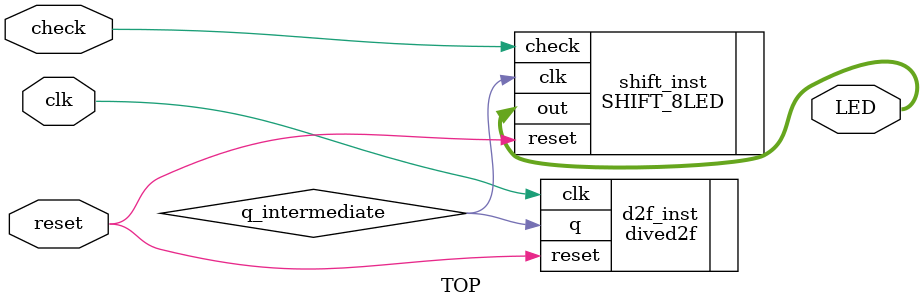
<source format=v>
`timescale 1ns / 1ps
module TOP(
    input clk,
    input reset,
    input check,
    output [7:0] LED
);

wire q_intermediate; 


SHIFT_8LED shift_inst(
	.reset(reset),
	.check(check),
	.clk(q_intermediate),
	.out(LED));
	
dived2f d2f_inst (
    .reset(reset),
    .clk(clk),
    .q(q_intermediate)
);

endmodule

</source>
